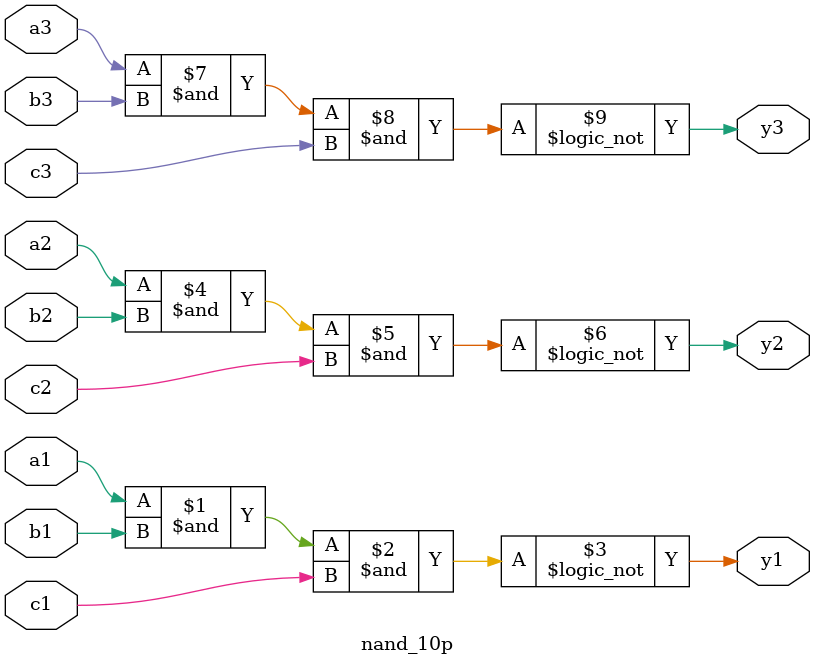
<source format=v>
module nand_10p (
    input a1,
    input b1,
    input c1,
    output y1,

    input a2,
    input b2,
    input c2,
    output y2,

    input a3,
    input b3,
    input c3,
    output y3);

    assign y1 = !(a1 & b1 & c1);
    assign y2 = !(a2 & b2 & c2);
    assign y3 = !(a3 & b3 & c3);

    /* Instantiation:
    nand_10p new_instance (
        .a1(),
        .b1(),
        .c1(),
        .y1(),

        .a2(),
        .b2(),
        .c2().
        .y2(),

        .a3(),
        .b3(),
        .c3(),
        .y3()
    );
    */
endmodule

</source>
